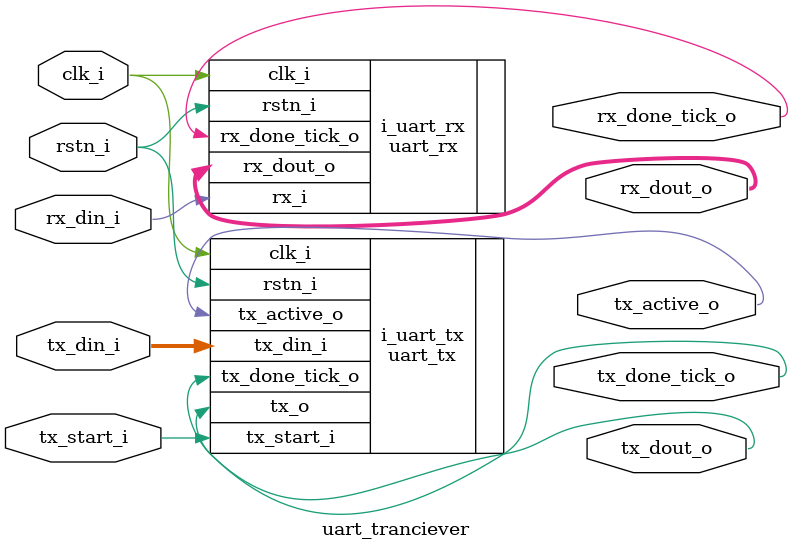
<source format=sv>
module uart_tranciever#(
    parameter int c_clkfreq = 100_000_000, 
    parameter int c_baudrate = 10_000_000,
    parameter int c_stopbit = 2  
    
)(
    input  logic        clk_i,
    input  logic        rstn_i,
    input  logic        tx_start_i,
    input  logic [7:0]  tx_din_i,
    input  logic        rx_din_i,
    output logic        tx_dout_o,
    output logic        tx_done_tick_o,
    output logic        tx_active_o,
    output logic [7:0]  rx_dout_o,
    output logic        rx_done_tick_o
);

localparam int c_timerlim = c_clkfreq/c_baudrate;

uart_tx#(
    .c_clkfreq(c_clkfreq),
    .c_baudrate(c_baudrate),
    .c_stopbit(c_stopbit)
)i_uart_tx
(
    .clk_i(clk_i),
    .rstn_i(rstn_i),
    .tx_din_i(tx_din_i),
    .tx_start_i(tx_start_i),
    .tx_o(tx_dout_o),
    .tx_done_tick_o(tx_done_tick_o),
    .tx_active_o(tx_active_o)
);

uart_rx#(
    .c_clkfreq(c_clkfreq),
    .c_baudrate(c_baudrate)
)i_uart_rx
(
    .clk_i(clk_i),
    .rstn_i(rstn_i),
    .rx_i(rx_din_i),
    .rx_dout_o(rx_dout_o),
    .rx_done_tick_o(rx_done_tick_o)
);

endmodule

</source>
